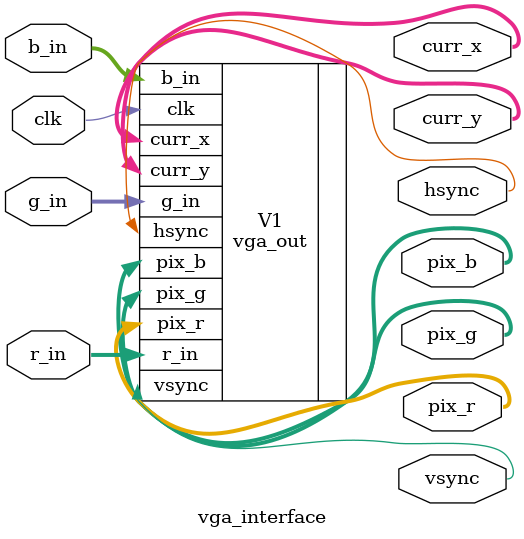
<source format=v>
`timescale 1ns / 1ps

// This module has become redundant over time, no need for it. Remove when I have
// the time.
module vga_interface(
    input clk, // Remember that this is pix_clk
    input [3:0] r_in,
    input [3:0] g_in,
    input [3:0] b_in,
    
    output [3:0] pix_r,
    output [3:0] pix_g,
    output [3:0] pix_b,
    output hsync,
    output vsync,
    output wire [10:0] curr_x,
    output wire [9:0] curr_y
    );
    
    
    //      Relevant modules for the VGA output
    
    
    vga_out V1 (
        .clk(clk),
        .r_in(r_in),
        .g_in(g_in),
        .b_in(b_in),
        .pix_r(pix_r),
        .pix_b(pix_b),
        .pix_g(pix_g),
        .hsync(hsync),
        .vsync(vsync),
        .curr_x(curr_x),
        .curr_y(curr_y)
        );
   
    

endmodule

</source>
